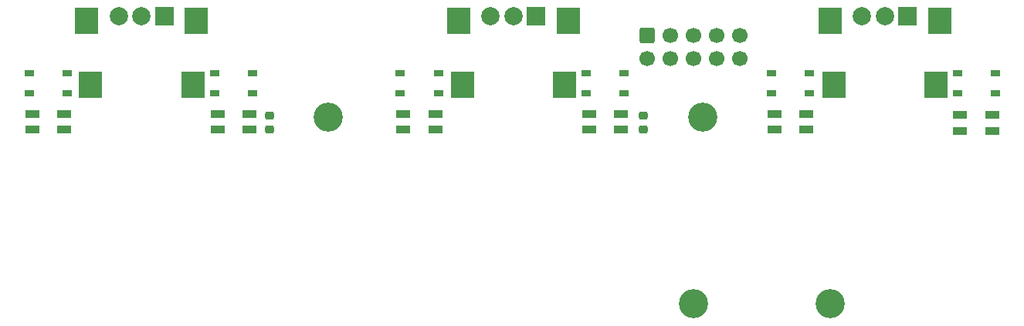
<source format=gbr>
%TF.GenerationSoftware,KiCad,Pcbnew,8.0.8*%
%TF.CreationDate,2025-04-07T15:23:35+02:00*%
%TF.ProjectId,tv25-btn+Rot,74763235-2d62-4746-9e2b-526f742e6b69,rev?*%
%TF.SameCoordinates,Original*%
%TF.FileFunction,Soldermask,Top*%
%TF.FilePolarity,Negative*%
%FSLAX46Y46*%
G04 Gerber Fmt 4.6, Leading zero omitted, Abs format (unit mm)*
G04 Created by KiCad (PCBNEW 8.0.8) date 2025-04-07 15:23:35*
%MOMM*%
%LPD*%
G01*
G04 APERTURE LIST*
G04 Aperture macros list*
%AMRoundRect*
0 Rectangle with rounded corners*
0 $1 Rounding radius*
0 $2 $3 $4 $5 $6 $7 $8 $9 X,Y pos of 4 corners*
0 Add a 4 corners polygon primitive as box body*
4,1,4,$2,$3,$4,$5,$6,$7,$8,$9,$2,$3,0*
0 Add four circle primitives for the rounded corners*
1,1,$1+$1,$2,$3*
1,1,$1+$1,$4,$5*
1,1,$1+$1,$6,$7*
1,1,$1+$1,$8,$9*
0 Add four rect primitives between the rounded corners*
20,1,$1+$1,$2,$3,$4,$5,0*
20,1,$1+$1,$4,$5,$6,$7,0*
20,1,$1+$1,$6,$7,$8,$9,0*
20,1,$1+$1,$8,$9,$2,$3,0*%
G04 Aperture macros list end*
%ADD10R,1.050000X0.650000*%
%ADD11R,2.500000X3.000000*%
%ADD12R,2.000000X2.000000*%
%ADD13C,2.000000*%
%ADD14C,3.200000*%
%ADD15RoundRect,0.225000X0.250000X-0.225000X0.250000X0.225000X-0.250000X0.225000X-0.250000X-0.225000X0*%
%ADD16R,1.600000X0.850000*%
%ADD17RoundRect,0.250000X-0.600000X0.600000X-0.600000X-0.600000X0.600000X-0.600000X0.600000X0.600000X0*%
%ADD18C,1.700000*%
G04 APERTURE END LIST*
D10*
%TO.C,SW3*%
X147875000Y-49725000D03*
X152025000Y-49725000D03*
X147875000Y-51875000D03*
X152025000Y-51875000D03*
%TD*%
%TO.C,SW1*%
X107175000Y-49725000D03*
X111325000Y-49725000D03*
X107175000Y-51875000D03*
X111325000Y-51875000D03*
%TD*%
%TO.C,SW6*%
X208925000Y-49725000D03*
X213075000Y-49725000D03*
X208925000Y-51875000D03*
X213075000Y-51875000D03*
%TD*%
%TO.C,SW5*%
X188575000Y-49725000D03*
X192725000Y-49725000D03*
X188575000Y-51875000D03*
X192725000Y-51875000D03*
%TD*%
%TO.C,SW4*%
X168225000Y-49725000D03*
X172375000Y-49725000D03*
X168225000Y-51875000D03*
X172375000Y-51875000D03*
%TD*%
D11*
%TO.C,SW9*%
X166250000Y-43950000D03*
X154250000Y-43950000D03*
X165850000Y-50950000D03*
X154650000Y-50950000D03*
D12*
X162750000Y-43450000D03*
D13*
X157750000Y-43450000D03*
X160250000Y-43450000D03*
%TD*%
D14*
%TO.C,H2*%
X181000000Y-54500000D03*
%TD*%
%TO.C,H1*%
X140000000Y-54500000D03*
%TD*%
D15*
%TO.C,C1*%
X133500000Y-55880000D03*
X133500000Y-54330000D03*
%TD*%
D16*
%TO.C,D5*%
X192400000Y-55880000D03*
X192400000Y-54130000D03*
X188900000Y-54130000D03*
X188900000Y-55880000D03*
%TD*%
%TO.C,D4*%
X172050000Y-55880000D03*
X172050000Y-54130000D03*
X168550000Y-54130000D03*
X168550000Y-55880000D03*
%TD*%
%TO.C,D3*%
X151700000Y-55880000D03*
X151700000Y-54130000D03*
X148200000Y-54130000D03*
X148200000Y-55880000D03*
%TD*%
%TO.C,D1*%
X111000000Y-55880000D03*
X111000000Y-54130000D03*
X107500000Y-54130000D03*
X107500000Y-55880000D03*
%TD*%
D14*
%TO.C,H4*%
X180000000Y-75000000D03*
%TD*%
D16*
%TO.C,D6*%
X212750000Y-56000000D03*
X212750000Y-54250000D03*
X209250000Y-54250000D03*
X209250000Y-56000000D03*
%TD*%
D15*
%TO.C,C2*%
X174500000Y-55880000D03*
X174500000Y-54330000D03*
%TD*%
D14*
%TO.C,H3*%
X195000000Y-75000000D03*
%TD*%
D10*
%TO.C,SW2*%
X127525000Y-49725000D03*
X131675000Y-49725000D03*
X127525000Y-51875000D03*
X131675000Y-51875000D03*
%TD*%
D16*
%TO.C,D2*%
X131350000Y-55880000D03*
X131350000Y-54130000D03*
X127850000Y-54130000D03*
X127850000Y-55880000D03*
%TD*%
D11*
%TO.C,SW7*%
X207000000Y-43950000D03*
X195000000Y-43950000D03*
X206600000Y-50950000D03*
X195400000Y-50950000D03*
D12*
X203500000Y-43450000D03*
D13*
X198500000Y-43450000D03*
X201000000Y-43450000D03*
%TD*%
D11*
%TO.C,SW8*%
X125500000Y-43950000D03*
X113500000Y-43950000D03*
X125100000Y-50950000D03*
X113900000Y-50950000D03*
D12*
X122000000Y-43450000D03*
D13*
X117000000Y-43450000D03*
X119500000Y-43450000D03*
%TD*%
D17*
%TO.C,J1*%
X174920000Y-45500000D03*
D18*
X174920000Y-48040000D03*
X177460000Y-45500000D03*
X177460000Y-48040000D03*
X180000000Y-45500000D03*
X180000000Y-48040000D03*
X182540000Y-45500000D03*
X182540000Y-48040000D03*
X185080000Y-45500000D03*
X185080000Y-48040000D03*
%TD*%
M02*

</source>
